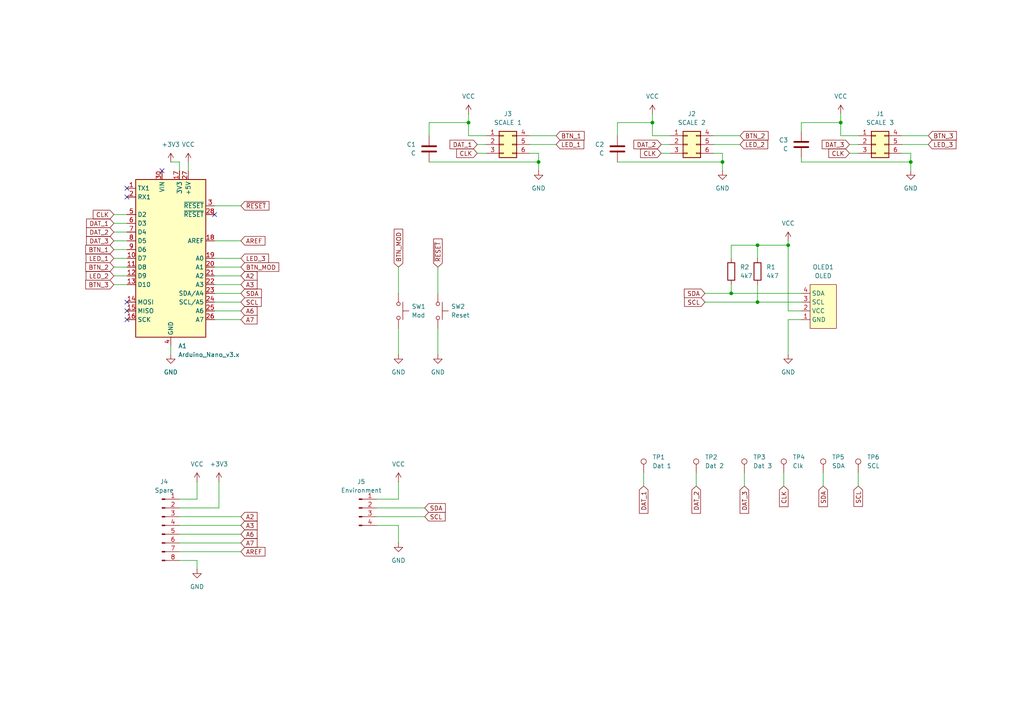
<source format=kicad_sch>
(kicad_sch (version 20250114) (generator "eeschema") (generator_version "9.0")
  (paper "A4")
  (title_block (company "chof.org"))
  (lib_symbols
    (symbol "Cho747 Displays:HS91L02W2C01 - 0.91 OLED"
      (property "Reference" "OLED" (at 0 8.89 0))
      (property "Value" "HS91L02W2C01 - 0.91 OLED" (at 0 -8.89 0))
      (symbol "HS91L02W2C01 - 0.91 OLED_0_1"
        (rectangle (start -5.08 6.35) (end 2.54 -6.35) (fill (type background)))
        (pin unspecified line (at 5.08 3.81 180) (length 2.54) (name "SDA") (number "4"))
        (pin unspecified line (at 5.08 1.27 180) (length 2.54) (name "SCL") (number "3"))
        (pin unspecified line (at 5.08 -1.27 180) (length 2.54) (name "VCC") (number "2"))
        (pin unspecified line (at 5.08 -3.81 180) (length 2.54) (name "GND") (number "1"))
      )
    )
    (symbol "Connector:Conn_01x04_Pin" (pin_names (offset 1.016) (hide yes))
      (property "Reference" "J" (at 0 5.08 0))
      (property "Value" "Conn_01x04_Pin" (at 0 -7.62 0))
      (symbol "Conn_01x04_Pin_1_1"
        (rectangle (start 0.8636 2.667) (end 0 2.413) (stroke (width 0.1524)) (fill (type outline)))
        (rectangle (start 0.8636 0.127) (end 0 -0.127) (stroke (width 0.1524)) (fill (type outline)))
        (rectangle (start 0.8636 -2.413) (end 0 -2.667) (stroke (width 0.1524)) (fill (type outline)))
        (rectangle (start 0.8636 -4.953) (end 0 -5.207) (stroke (width 0.1524)) (fill (type outline)))
        (polyline (pts (xy 1.27 2.54) (xy 0.8636 2.54)) (stroke (width 0.1524)))
        (polyline (pts (xy 1.27 0) (xy 0.8636 0)) (stroke (width 0.1524)))
        (polyline (pts (xy 1.27 -2.54) (xy 0.8636 -2.54)) (stroke (width 0.1524)))
        (polyline (pts (xy 1.27 -5.08) (xy 0.8636 -5.08)) (stroke (width 0.1524)))
        (pin passive line (at 5.08 2.54 180) (length 3.81) (name "Pin_1") (number "1"))
        (pin passive line (at 5.08 0 180) (length 3.81) (name "Pin_2") (number "2"))
        (pin passive line (at 5.08 -2.54 180) (length 3.81) (name "Pin_3") (number "3"))
        (pin passive line (at 5.08 -5.08 180) (length 3.81) (name "Pin_4") (number "4"))
      )
    )
    (symbol "Connector:Conn_01x08_Pin" (pin_names (offset 1.016) (hide yes))
      (property "Reference" "J" (at 0 10.16 0))
      (property "Value" "Conn_01x08_Pin" (at 0 -12.7 0))
      (symbol "Conn_01x08_Pin_1_1"
        (rectangle (start 0.8636 7.747) (end 0 7.493) (stroke (width 0.1524)) (fill (type outline)))
        (rectangle (start 0.8636 5.207) (end 0 4.953) (stroke (width 0.1524)) (fill (type outline)))
        (rectangle (start 0.8636 2.667) (end 0 2.413) (stroke (width 0.1524)) (fill (type outline)))
        (rectangle (start 0.8636 0.127) (end 0 -0.127) (stroke (width 0.1524)) (fill (type outline)))
        (rectangle (start 0.8636 -2.413) (end 0 -2.667) (stroke (width 0.1524)) (fill (type outline)))
        (rectangle (start 0.8636 -4.953) (end 0 -5.207) (stroke (width 0.1524)) (fill (type outline)))
        (rectangle (start 0.8636 -7.493) (end 0 -7.747) (stroke (width 0.1524)) (fill (type outline)))
        (rectangle (start 0.8636 -10.033) (end 0 -10.287) (stroke (width 0.1524)) (fill (type outline)))
        (polyline (pts (xy 1.27 7.62) (xy 0.8636 7.62)) (stroke (width 0.1524)))
        (polyline (pts (xy 1.27 5.08) (xy 0.8636 5.08)) (stroke (width 0.1524)))
        (polyline (pts (xy 1.27 2.54) (xy 0.8636 2.54)) (stroke (width 0.1524)))
        (polyline (pts (xy 1.27 0) (xy 0.8636 0)) (stroke (width 0.1524)))
        (polyline (pts (xy 1.27 -2.54) (xy 0.8636 -2.54)) (stroke (width 0.1524)))
        (polyline (pts (xy 1.27 -5.08) (xy 0.8636 -5.08)) (stroke (width 0.1524)))
        (polyline (pts (xy 1.27 -7.62) (xy 0.8636 -7.62)) (stroke (width 0.1524)))
        (polyline (pts (xy 1.27 -10.16) (xy 0.8636 -10.16)) (stroke (width 0.1524)))
        (pin passive line (at 5.08 7.62 180) (length 3.81) (name "Pin_1") (number "1"))
        (pin passive line (at 5.08 5.08 180) (length 3.81) (name "Pin_2") (number "2"))
        (pin passive line (at 5.08 2.54 180) (length 3.81) (name "Pin_3") (number "3"))
        (pin passive line (at 5.08 0 180) (length 3.81) (name "Pin_4") (number "4"))
        (pin passive line (at 5.08 -2.54 180) (length 3.81) (name "Pin_5") (number "5"))
        (pin passive line (at 5.08 -5.08 180) (length 3.81) (name "Pin_6") (number "6"))
        (pin passive line (at 5.08 -7.62 180) (length 3.81) (name "Pin_7") (number "7"))
        (pin passive line (at 5.08 -10.16 180) (length 3.81) (name "Pin_8") (number "8"))
      )
    )
    (symbol "Connector:TestPoint" (pin_numbers (hide yes)) (pin_names (offset 0.762) (hide yes))
      (property "Reference" "TP" (at 0 6.858 0))
      (property "Value" "TestPoint" (at 0 5.08 0))
      (symbol "TestPoint_0_1"
        (circle (center 0 3.302) (radius 0.762))
      )
      (symbol "TestPoint_1_1"
        (pin passive line (at 0 0 90) (length 2.54) (name "1") (number "1"))
      )
    )
    (symbol "Connector_Generic:Conn_02x03_Top_Bottom" (pin_names (offset 1.016) (hide yes))
      (property "Reference" "J" (at 1.27 5.08 0))
      (property "Value" "Conn_02x03_Top_Bottom" (at 1.27 -5.08 0))
      (symbol "Conn_02x03_Top_Bottom_1_1"
        (rectangle (start -1.27 3.81) (end 3.81 -3.81) (stroke (width 0.254)) (fill (type background)))
        (rectangle (start -1.27 2.667) (end 0 2.413) (stroke (width 0.1524)))
        (rectangle (start -1.27 0.127) (end 0 -0.127) (stroke (width 0.1524)))
        (rectangle (start -1.27 -2.413) (end 0 -2.667) (stroke (width 0.1524)))
        (rectangle (start 3.81 2.667) (end 2.54 2.413) (stroke (width 0.1524)))
        (rectangle (start 3.81 0.127) (end 2.54 -0.127) (stroke (width 0.1524)))
        (rectangle (start 3.81 -2.413) (end 2.54 -2.667) (stroke (width 0.1524)))
        (pin passive line (at -5.08 2.54 0) (length 3.81) (name "Pin_1") (number "1"))
        (pin passive line (at -5.08 0 0) (length 3.81) (name "Pin_2") (number "2"))
        (pin passive line (at -5.08 -2.54 0) (length 3.81) (name "Pin_3") (number "3"))
        (pin passive line (at 7.62 2.54 180) (length 3.81) (name "Pin_4") (number "4"))
        (pin passive line (at 7.62 0 180) (length 3.81) (name "Pin_5") (number "5"))
        (pin passive line (at 7.62 -2.54 180) (length 3.81) (name "Pin_6") (number "6"))
      )
    )
    (symbol "Device:C" (pin_numbers (hide yes)) (pin_names (offset 0.254))
      (property "Reference" "C" (at 0.635 2.54 0))
      (property "Value" "C" (at 0.635 -2.54 0))
      (symbol "C_0_1"
        (polyline (pts (xy -2.032 0.762) (xy 2.032 0.762)) (stroke (width 0.508)))
        (polyline (pts (xy -2.032 -0.762) (xy 2.032 -0.762)) (stroke (width 0.508)))
      )
      (symbol "C_1_1"
        (pin passive line (at 0 3.81 270) (length 2.794) (name "~") (number "1"))
        (pin passive line (at 0 -3.81 90) (length 2.794) (name "~") (number "2"))
      )
    )
    (symbol "Device:R" (pin_numbers (hide yes)) (pin_names (offset 0))
      (property "Reference" "R" (at 2.032 0 90))
      (property "Value" "R" (at 0 0 90))
      (symbol "R_0_1"
        (rectangle (start -1.016 -2.54) (end 1.016 2.54) (stroke (width 0.254)))
      )
      (symbol "R_1_1"
        (pin passive line (at 0 3.81 270) (length 1.27) (name "~") (number "1"))
        (pin passive line (at 0 -3.81 90) (length 1.27) (name "~") (number "2"))
      )
    )
    (symbol "MCU_Module:Arduino_Nano_Every"
      (property "Reference" "A" (at -10.16 23.495 0))
      (property "Value" "Arduino_Nano_Every" (at 5.08 -24.13 0))
      (symbol "Arduino_Nano_Every_0_1"
        (rectangle (start -10.16 22.86) (end 10.16 -22.86) (stroke (width 0.254)) (fill (type background)))
      )
      (symbol "Arduino_Nano_Every_1_1"
        (pin bidirectional line (at -12.7 20.32 0) (length 2.54) (name "TX1") (number "1"))
        (pin bidirectional line (at -12.7 17.78 0) (length 2.54) (name "RX1") (number "2"))
        (pin bidirectional line (at -12.7 12.7 0) (length 2.54) (name "D2") (number "5"))
        (pin bidirectional line (at -12.7 10.16 0) (length 2.54) (name "D3") (number "6"))
        (pin bidirectional line (at -12.7 7.62 0) (length 2.54) (name "D4") (number "7"))
        (pin bidirectional line (at -12.7 5.08 0) (length 2.54) (name "D5") (number "8"))
        (pin bidirectional line (at -12.7 2.54 0) (length 2.54) (name "D6") (number "9"))
        (pin bidirectional line (at -12.7 0 0) (length 2.54) (name "D7") (number "10"))
        (pin bidirectional line (at -12.7 -2.54 0) (length 2.54) (name "D8") (number "11"))
        (pin bidirectional line (at -12.7 -5.08 0) (length 2.54) (name "D9") (number "12"))
        (pin bidirectional line (at -12.7 -7.62 0) (length 2.54) (name "D10") (number "13"))
        (pin bidirectional line (at -12.7 -12.7 0) (length 2.54) (name "MOSI") (number "14"))
        (pin bidirectional line (at -12.7 -15.24 0) (length 2.54) (name "MISO") (number "15"))
        (pin bidirectional line (at -12.7 -17.78 0) (length 2.54) (name "SCK") (number "16"))
        (pin power_in line (at -2.54 25.4 270) (length 2.54) (name "VIN") (number "30"))
        (pin passive line (at 0 -25.4 90) (length 2.54) (hide yes) (name "GND") (number "29"))
        (pin power_in line (at 0 -25.4 90) (length 2.54) (name "GND") (number "4"))
        (pin power_out line (at 2.54 25.4 270) (length 2.54) (name "3V3") (number "17"))
        (pin power_out line (at 5.08 25.4 270) (length 2.54) (name "+5V") (number "27"))
        (pin input line (at 12.7 15.24 180) (length 2.54) (name "~{RESET}") (number "3"))
        (pin input line (at 12.7 12.7 180) (length 2.54) (name "~{RESET}") (number "28"))
        (pin input line (at 12.7 5.08 180) (length 2.54) (name "AREF") (number "18"))
        (pin bidirectional line (at 12.7 0 180) (length 2.54) (name "A0") (number "19"))
        (pin bidirectional line (at 12.7 -2.54 180) (length 2.54) (name "A1") (number "20"))
        (pin bidirectional line (at 12.7 -5.08 180) (length 2.54) (name "A2") (number "21"))
        (pin bidirectional line (at 12.7 -7.62 180) (length 2.54) (name "A3") (number "22"))
        (pin bidirectional line (at 12.7 -10.16 180) (length 2.54) (name "SDA/A4") (number "23"))
        (pin bidirectional line (at 12.7 -12.7 180) (length 2.54) (name "SCL/A5") (number "24"))
        (pin bidirectional line (at 12.7 -15.24 180) (length 2.54) (name "A6") (number "25"))
        (pin bidirectional line (at 12.7 -17.78 180) (length 2.54) (name "A7") (number "26"))
      )
    )
    (symbol "Switch:SW_Push" (pin_numbers (hide yes)) (pin_names (offset 1.016) (hide yes))
      (property "Reference" "SW" (at 1.27 2.54 0))
      (property "Value" "SW_Push" (at 0 -1.524 0))
      (symbol "SW_Push_0_1"
        (circle (center -2.032 0) (radius 0.508))
        (polyline (pts (xy 0 1.27) (xy 0 3.048)))
        (circle (center 2.032 0) (radius 0.508))
        (polyline (pts (xy 2.54 1.27) (xy -2.54 1.27)))
        (pin passive line (at -5.08 0 0) (length 2.54) (name "1") (number "1"))
        (pin passive line (at 5.08 0 180) (length 2.54) (name "2") (number "2"))
      )
    )
    (symbol "power:+3V3" (power) (pin_numbers (hide yes)) (pin_names (offset 0) (hide yes))
      (property "Value" "+3V3" (at 0 3.556 0))
      (symbol "+3V3_0_1"
        (polyline (pts (xy -0.762 1.27) (xy 0 2.54)))
        (polyline (pts (xy 0 2.54) (xy 0.762 1.27)))
        (polyline (pts (xy 0 0) (xy 0 2.54)))
      )
      (symbol "+3V3_1_1"
        (pin power_in line (at 0 0 90) (length 0) (name "~") (number "1"))
      )
    )
    (symbol "power:+5V" (power) (pin_numbers (hide yes)) (pin_names (offset 0) (hide yes))
      (property "Value" "+5V" (at 0 3.556 0))
      (symbol "+5V_0_1"
        (polyline (pts (xy -0.762 1.27) (xy 0 2.54)))
        (polyline (pts (xy 0 2.54) (xy 0.762 1.27)))
        (polyline (pts (xy 0 0) (xy 0 2.54)))
      )
      (symbol "+5V_1_1"
        (pin power_in line (at 0 0 90) (length 0) (name "~") (number "1"))
      )
    )
    (symbol "power:GND" (power) (pin_numbers (hide yes)) (pin_names (offset 0) (hide yes))
      (property "Value" "GND" (at 0 -3.81 0))
      (symbol "GND_0_1"
        (polyline (pts (xy 0 0) (xy 0 -1.27) (xy 1.27 -1.27) (xy 0 -2.54) (xy -1.27 -1.27) (xy 0 -1.27)))
      )
      (symbol "GND_1_1"
        (pin power_in line (at 0 0 270) (length 0) (name "~") (number "1"))
      )
    )
  )
  (junction (at 264.16 46.99))
  (junction (at 212.09 85.09))
  (junction (at 228.6 71.12))
  (junction (at 189.23 35.56))
  (junction (at 243.84 35.56))
  (junction (at 219.71 71.12))
  (junction (at 209.55 46.99))
  (junction (at 219.71 87.63))
  (junction (at 156.21 46.99))
  (junction (at 135.89 35.56))
  (no_connect (at 62.23 62.23))
  (no_connect (at 36.83 57.15))
  (no_connect (at 36.83 87.63))
  (no_connect (at 36.83 90.17))
  (no_connect (at 46.99 49.53))
  (no_connect (at 36.83 92.71))
  (no_connect (at 36.83 54.61))
  (wire (pts (xy 62.23 80.01) (xy 69.85 80.01)))
  (wire (pts (xy 54.61 46.99) (xy 54.61 49.53)))
  (wire (pts (xy 109.22 147.32) (xy 123.19 147.32)))
  (wire (pts (xy 138.43 44.45) (xy 140.97 44.45)))
  (wire (pts (xy 264.16 46.99) (xy 264.16 49.53)))
  (wire (pts (xy 232.41 35.56) (xy 243.84 35.56)))
  (wire (pts (xy 135.89 35.56) (xy 135.89 39.37)))
  (wire (pts (xy 115.57 95.25) (xy 115.57 102.87)))
  (wire (pts (xy 243.84 39.37) (xy 248.92 39.37)))
  (wire (pts (xy 62.23 59.69) (xy 69.85 59.69)))
  (wire (pts (xy 62.23 74.93) (xy 69.85 74.93)))
  (wire (pts (xy 33.02 62.23) (xy 36.83 62.23)))
  (wire (pts (xy 62.23 69.85) (xy 69.85 69.85)))
  (wire (pts (xy 179.07 39.37) (xy 179.07 35.56)))
  (wire (pts (xy 49.53 100.33) (xy 49.53 102.87)))
  (wire (pts (xy 212.09 85.09) (xy 232.41 85.09)))
  (wire (pts (xy 62.23 92.71) (xy 69.85 92.71)))
  (wire (pts (xy 153.67 39.37) (xy 161.29 39.37)))
  (wire (pts (xy 52.07 152.4) (xy 69.85 152.4)))
  (wire (pts (xy 52.07 160.02) (xy 69.85 160.02)))
  (wire (pts (xy 189.23 35.56) (xy 189.23 39.37)))
  (wire (pts (xy 33.02 69.85) (xy 36.83 69.85)))
  (wire (pts (xy 135.89 33.02) (xy 135.89 35.56)))
  (wire (pts (xy 215.9 137.16) (xy 215.9 140.97)))
  (wire (pts (xy 207.01 39.37) (xy 214.63 39.37)))
  (wire (pts (xy 189.23 33.02) (xy 189.23 35.56)))
  (wire (pts (xy 115.57 152.4) (xy 109.22 152.4)))
  (wire (pts (xy 115.57 139.7) (xy 115.57 144.78)))
  (wire (pts (xy 115.57 144.78) (xy 109.22 144.78)))
  (wire (pts (xy 57.15 165.1) (xy 57.15 162.56)))
  (wire (pts (xy 109.22 149.86) (xy 123.19 149.86)))
  (wire (pts (xy 62.23 82.55) (xy 69.85 82.55)))
  (wire (pts (xy 264.16 44.45) (xy 264.16 46.99)))
  (wire (pts (xy 33.02 64.77) (xy 36.83 64.77)))
  (wire (pts (xy 179.07 35.56) (xy 189.23 35.56)))
  (wire (pts (xy 261.62 41.91) (xy 269.24 41.91)))
  (wire (pts (xy 33.02 67.31) (xy 36.83 67.31)))
  (wire (pts (xy 228.6 90.17) (xy 232.41 90.17)))
  (wire (pts (xy 124.46 35.56) (xy 135.89 35.56)))
  (wire (pts (xy 232.41 45.72) (xy 232.41 46.99)))
  (wire (pts (xy 57.15 144.78) (xy 52.07 144.78)))
  (wire (pts (xy 232.41 35.56) (xy 232.41 38.1)))
  (wire (pts (xy 228.6 71.12) (xy 228.6 90.17)))
  (wire (pts (xy 219.71 74.93) (xy 219.71 71.12)))
  (wire (pts (xy 207.01 44.45) (xy 209.55 44.45)))
  (wire (pts (xy 153.67 44.45) (xy 156.21 44.45)))
  (wire (pts (xy 243.84 35.56) (xy 243.84 39.37)))
  (wire (pts (xy 204.47 85.09) (xy 212.09 85.09)))
  (wire (pts (xy 212.09 82.55) (xy 212.09 85.09)))
  (wire (pts (xy 201.93 137.16) (xy 201.93 140.97)))
  (wire (pts (xy 124.46 46.99) (xy 156.21 46.99)))
  (wire (pts (xy 219.71 82.55) (xy 219.71 87.63)))
  (wire (pts (xy 33.02 74.93) (xy 36.83 74.93)))
  (wire (pts (xy 138.43 41.91) (xy 140.97 41.91)))
  (wire (pts (xy 57.15 162.56) (xy 52.07 162.56)))
  (wire (pts (xy 124.46 39.37) (xy 124.46 35.56)))
  (wire (pts (xy 212.09 74.93) (xy 212.09 71.12)))
  (wire (pts (xy 115.57 77.47) (xy 115.57 85.09)))
  (wire (pts (xy 179.07 46.99) (xy 209.55 46.99)))
  (wire (pts (xy 248.92 137.16) (xy 248.92 140.97)))
  (wire (pts (xy 261.62 39.37) (xy 269.24 39.37)))
  (wire (pts (xy 261.62 44.45) (xy 264.16 44.45)))
  (wire (pts (xy 33.02 77.47) (xy 36.83 77.47)))
  (wire (pts (xy 246.38 41.91) (xy 248.92 41.91)))
  (wire (pts (xy 189.23 39.37) (xy 194.31 39.37)))
  (wire (pts (xy 227.33 137.16) (xy 227.33 140.97)))
  (wire (pts (xy 238.76 137.16) (xy 238.76 140.97)))
  (wire (pts (xy 62.23 87.63) (xy 69.85 87.63)))
  (wire (pts (xy 63.5 139.7) (xy 63.5 147.32)))
  (wire (pts (xy 135.89 39.37) (xy 140.97 39.37)))
  (wire (pts (xy 52.07 46.99) (xy 52.07 49.53)))
  (wire (pts (xy 156.21 44.45) (xy 156.21 46.99)))
  (wire (pts (xy 156.21 46.99) (xy 156.21 49.53)))
  (wire (pts (xy 246.38 44.45) (xy 248.92 44.45)))
  (wire (pts (xy 115.57 157.48) (xy 115.57 152.4)))
  (wire (pts (xy 232.41 92.71) (xy 228.6 92.71)))
  (wire (pts (xy 57.15 139.7) (xy 57.15 144.78)))
  (wire (pts (xy 52.07 154.94) (xy 69.85 154.94)))
  (wire (pts (xy 212.09 71.12) (xy 219.71 71.12)))
  (wire (pts (xy 33.02 72.39) (xy 36.83 72.39)))
  (wire (pts (xy 52.07 157.48) (xy 69.85 157.48)))
  (wire (pts (xy 33.02 80.01) (xy 36.83 80.01)))
  (wire (pts (xy 127 77.47) (xy 127 85.09)))
  (wire (pts (xy 52.07 149.86) (xy 69.85 149.86)))
  (wire (pts (xy 191.77 44.45) (xy 194.31 44.45)))
  (wire (pts (xy 33.02 82.55) (xy 36.83 82.55)))
  (wire (pts (xy 62.23 85.09) (xy 69.85 85.09)))
  (wire (pts (xy 209.55 44.45) (xy 209.55 46.99)))
  (wire (pts (xy 204.47 87.63) (xy 219.71 87.63)))
  (wire (pts (xy 191.77 41.91) (xy 194.31 41.91)))
  (wire (pts (xy 62.23 90.17) (xy 69.85 90.17)))
  (wire (pts (xy 207.01 41.91) (xy 214.63 41.91)))
  (wire (pts (xy 209.55 46.99) (xy 209.55 49.53)))
  (wire (pts (xy 153.67 41.91) (xy 161.29 41.91)))
  (wire (pts (xy 49.53 46.99) (xy 52.07 46.99)))
  (wire (pts (xy 228.6 71.12) (xy 228.6 69.85)))
  (wire (pts (xy 219.71 71.12) (xy 228.6 71.12)))
  (wire (pts (xy 62.23 77.47) (xy 69.85 77.47)))
  (wire (pts (xy 228.6 92.71) (xy 228.6 102.87)))
  (wire (pts (xy 127 95.25) (xy 127 102.87)))
  (wire (pts (xy 186.69 137.16) (xy 186.69 140.97)))
  (wire (pts (xy 63.5 147.32) (xy 52.07 147.32)))
  (wire (pts (xy 232.41 46.99) (xy 264.16 46.99)))
  (wire (pts (xy 219.71 87.63) (xy 232.41 87.63)))
  (wire (pts (xy 243.84 33.02) (xy 243.84 35.56)))
  (global_label "SDA" (shape input) (at 204.47 85.09 180) (property "Intersheetrefs" "${INTERSHEET_REFS}" (effects (hide yes))))
  (global_label "~{RESET}" (shape input) (at 127 77.47 90) (property "Intersheetrefs" "${INTERSHEET_REFS}" (effects (hide yes))))
  (global_label "A6" (shape input) (at 69.85 154.94 0) (property "Intersheetrefs" "${INTERSHEET_REFS}" (effects (hide yes))))
  (global_label "AREF" (shape input) (at 69.85 69.85 0) (property "Intersheetrefs" "${INTERSHEET_REFS}" (effects (hide yes))))
  (global_label "A6" (shape input) (at 69.85 90.17 0) (property "Intersheetrefs" "${INTERSHEET_REFS}" (effects (hide yes))))
  (global_label "A3" (shape input) (at 69.85 152.4 0) (property "Intersheetrefs" "${INTERSHEET_REFS}" (effects (hide yes))))
  (global_label "DAT_3" (shape input) (at 215.9 140.97 270) (property "Intersheetrefs" "${INTERSHEET_REFS}" (effects (hide yes))))
  (global_label "DAT_1" (shape input) (at 33.02 64.77 180) (property "Intersheetrefs" "${INTERSHEET_REFS}" (effects (hide yes))))
  (global_label "~{RESET}" (shape input) (at 69.85 59.69 0) (property "Intersheetrefs" "${INTERSHEET_REFS}" (effects (hide yes))))
  (global_label "SDA" (shape input) (at 69.85 85.09 0) (property "Intersheetrefs" "${INTERSHEET_REFS}" (effects (hide yes))))
  (global_label "DAT_2" (shape input) (at 191.77 41.91 180) (property "Intersheetrefs" "${INTERSHEET_REFS}" (effects (hide yes))))
  (global_label "BTN_1" (shape input) (at 33.02 72.39 180) (property "Intersheetrefs" "${INTERSHEET_REFS}" (effects (hide yes))))
  (global_label "CLK" (shape input) (at 138.43 44.45 180) (property "Intersheetrefs" "${INTERSHEET_REFS}" (effects (hide yes))))
  (global_label "CLK" (shape input) (at 33.02 62.23 180) (property "Intersheetrefs" "${INTERSHEET_REFS}" (effects (hide yes))))
  (global_label "A2" (shape input) (at 69.85 80.01 0) (property "Intersheetrefs" "${INTERSHEET_REFS}" (effects (hide yes))))
  (global_label "BTN_MOD" (shape input) (at 115.57 77.47 90) (property "Intersheetrefs" "${INTERSHEET_REFS}" (effects (hide yes))))
  (global_label "AREF" (shape input) (at 69.85 160.02 0) (property "Intersheetrefs" "${INTERSHEET_REFS}" (effects (hide yes))))
  (global_label "BTN_MOD" (shape input) (at 69.85 77.47 0) (property "Intersheetrefs" "${INTERSHEET_REFS}" (effects (hide yes))))
  (global_label "DAT_2" (shape input) (at 33.02 67.31 180) (property "Intersheetrefs" "${INTERSHEET_REFS}" (effects (hide yes))))
  (global_label "CLK" (shape input) (at 191.77 44.45 180) (property "Intersheetrefs" "${INTERSHEET_REFS}" (effects (hide yes))))
  (global_label "SCL" (shape input) (at 204.47 87.63 180) (property "Intersheetrefs" "${INTERSHEET_REFS}" (effects (hide yes))))
  (global_label "A7" (shape input) (at 69.85 157.48 0) (property "Intersheetrefs" "${INTERSHEET_REFS}" (effects (hide yes))))
  (global_label "CLK" (shape input) (at 246.38 44.45 180) (property "Intersheetrefs" "${INTERSHEET_REFS}" (effects (hide yes))))
  (global_label "CLK" (shape input) (at 227.33 140.97 270) (property "Intersheetrefs" "${INTERSHEET_REFS}" (effects (hide yes))))
  (global_label "SCL" (shape input) (at 123.19 149.86 0) (property "Intersheetrefs" "${INTERSHEET_REFS}" (effects (hide yes))))
  (global_label "DAT_3" (shape input) (at 33.02 69.85 180) (property "Intersheetrefs" "${INTERSHEET_REFS}" (effects (hide yes))))
  (global_label "A7" (shape input) (at 69.85 92.71 0) (property "Intersheetrefs" "${INTERSHEET_REFS}" (effects (hide yes))))
  (global_label "DAT_3" (shape input) (at 246.38 41.91 180) (property "Intersheetrefs" "${INTERSHEET_REFS}" (effects (hide yes))))
  (global_label "BTN_2" (shape input) (at 33.02 77.47 180) (property "Intersheetrefs" "${INTERSHEET_REFS}" (effects (hide yes))))
  (global_label "BTN_2" (shape input) (at 214.63 39.37 0) (property "Intersheetrefs" "${INTERSHEET_REFS}" (effects (hide yes))))
  (global_label "SCL" (shape input) (at 69.85 87.63 0) (property "Intersheetrefs" "${INTERSHEET_REFS}" (effects (hide yes))))
  (global_label "BTN_3" (shape input) (at 269.24 39.37 0) (property "Intersheetrefs" "${INTERSHEET_REFS}" (effects (hide yes))))
  (global_label "A3" (shape input) (at 69.85 82.55 0) (property "Intersheetrefs" "${INTERSHEET_REFS}" (effects (hide yes))))
  (global_label "A2" (shape input) (at 69.85 149.86 0) (property "Intersheetrefs" "${INTERSHEET_REFS}" (effects (hide yes))))
  (global_label "LED_3" (shape input) (at 69.85 74.93 0) (property "Intersheetrefs" "${INTERSHEET_REFS}" (effects (hide yes))))
  (global_label "SDA" (shape input) (at 238.76 140.97 270) (property "Intersheetrefs" "${INTERSHEET_REFS}" (effects (hide yes))))
  (global_label "DAT_1" (shape input) (at 186.69 140.97 270) (property "Intersheetrefs" "${INTERSHEET_REFS}" (effects (hide yes))))
  (global_label "SDA" (shape input) (at 123.19 147.32 0) (property "Intersheetrefs" "${INTERSHEET_REFS}" (effects (hide yes))))
  (global_label "LED_1" (shape input) (at 161.29 41.91 0) (property "Intersheetrefs" "${INTERSHEET_REFS}" (effects (hide yes))))
  (global_label "BTN_3" (shape input) (at 33.02 82.55 180) (property "Intersheetrefs" "${INTERSHEET_REFS}" (effects (hide yes))))
  (global_label "LED_1" (shape input) (at 33.02 74.93 180) (property "Intersheetrefs" "${INTERSHEET_REFS}" (effects (hide yes))))
  (global_label "LED_3" (shape input) (at 269.24 41.91 0) (property "Intersheetrefs" "${INTERSHEET_REFS}" (effects (hide yes))))
  (global_label "DAT_2" (shape input) (at 201.93 140.97 270) (property "Intersheetrefs" "${INTERSHEET_REFS}" (effects (hide yes))))
  (global_label "LED_2" (shape input) (at 214.63 41.91 0) (property "Intersheetrefs" "${INTERSHEET_REFS}" (effects (hide yes))))
  (global_label "DAT_1" (shape input) (at 138.43 41.91 180) (property "Intersheetrefs" "${INTERSHEET_REFS}" (effects (hide yes))))
  (global_label "BTN_1" (shape input) (at 161.29 39.37 0) (property "Intersheetrefs" "${INTERSHEET_REFS}" (effects (hide yes))))
  (global_label "LED_2" (shape input) (at 33.02 80.01 180) (property "Intersheetrefs" "${INTERSHEET_REFS}" (effects (hide yes))))
  (global_label "SCL" (shape input) (at 248.92 140.97 270) (property "Intersheetrefs" "${INTERSHEET_REFS}" (effects (hide yes))))
  (symbol (lib_id "power:+3V3") (at 49.53 46.99 0) (unit 1)
    (property "Reference" "#PWR013" (effects (hide yes)))
    (property "Value" "+3V3" (at 49.53 41.91 0))
    (property "Description" "Power symbol creates a global label with name \"+3V3\"" (effects (hide yes)))
  )
  (symbol (lib_id "Device:R") (at 219.71 78.74 0) (unit 1)
    (property "Reference" "R1" (at 222.25 77.4699 0) (effects (justify left)))
    (property "Value" "4k7" (at 222.25 80.0099 0) (effects (justify left)))
    (property "Footprint" "Resistor_SMD:R_0603_1608Metric_Pad0.98x0.95mm_HandSolder" (effects (hide yes)))
    (property "Description" "Resistor" (effects (hide yes)))
  )
  (symbol (lib_id "Cho747 Displays:HS91L02W2C01 - 0.91 OLED") (at 237.49 88.9 0) (mirror y) (unit 1)
    (property "Reference" "OLED1" (at 238.76 77.47 0))
    (property "Value" "OLED" (at 238.76 80.01 0))
    (property "Footprint" "Chof747_Footprints:OLED-TH_L38.0-W12.0_HS91L02W2C01" (effects (hide yes)))
    (property "LCSC Part" "C5248081" (effects (hide yes)))
  )
  (symbol (lib_id "Connector:TestPoint") (at 186.69 137.16 0) (unit 1)
    (property "Reference" "TP1" (at 189.23 132.5879 0) (effects (justify left)))
    (property "Value" "Dat 1" (at 189.23 135.1279 0) (effects (justify left)))
    (property "Footprint" "TestPoint:TestPoint_Pad_D2.0mm" (effects (hide yes)))
    (property "Description" "test point" (effects (hide yes)))
  )
  (symbol (lib_id "Connector:TestPoint") (at 248.92 137.16 0) (unit 1)
    (property "Reference" "TP6" (at 251.46 132.5879 0) (effects (justify left)))
    (property "Value" "SCL" (at 251.46 135.1279 0) (effects (justify left)))
    (property "Footprint" "TestPoint:TestPoint_Pad_D2.0mm" (effects (hide yes)))
    (property "Description" "test point" (effects (hide yes)))
  )
  (symbol (lib_id "power:+5V") (at 135.89 33.02 0) (unit 1)
    (property "Reference" "#PWR05" (effects (hide yes)))
    (property "Value" "VCC" (at 135.89 27.94 0))
    (property "Description" "Power symbol creates a global label with name \"+5V\"" (effects (hide yes)))
  )
  (symbol (lib_id "power:+5V") (at 115.57 139.7 0) (unit 1)
    (property "Reference" "#PWR017" (effects (hide yes)))
    (property "Value" "VCC" (at 115.57 134.62 0))
    (property "Description" "Power symbol creates a global label with name \"+5V\"" (effects (hide yes)))
  )
  (symbol (lib_id "Device:C") (at 124.46 43.18 0) (mirror y) (unit 1)
    (property "Reference" "C1" (at 120.65 41.9099 0) (effects (justify left)))
    (property "Value" "C" (at 120.65 44.4499 0) (effects (justify left)))
    (property "Footprint" "Capacitor_SMD:C_0603_1608Metric_Pad1.08x0.95mm_HandSolder" (effects (hide yes)))
    (property "Description" "Unpolarized capacitor" (effects (hide yes)))
  )
  (symbol (lib_id "power:+5V") (at 243.84 33.02 0) (unit 1)
    (property "Reference" "#PWR03" (effects (hide yes)))
    (property "Value" "VCC" (at 243.84 27.94 0))
    (property "Description" "Power symbol creates a global label with name \"+5V\"" (effects (hide yes)))
  )
  (symbol (lib_id "Switch:SW_Push") (at 115.57 90.17 270) (unit 1)
    (property "Reference" "SW1" (at 119.38 88.8999 90) (effects (justify left)))
    (property "Value" "Mod" (at 119.38 91.4399 90) (effects (justify left)))
    (property "Footprint" "Chof747_Footprints:KEY-SMD_L3.9-W3.0-LS5.0-EH" (effects (hide yes)))
    (property "Description" "Push button switch, generic, two pins" (effects (hide yes)))
  )
  (symbol (lib_id "power:+5V") (at 54.61 46.99 0) (unit 1)
    (property "Reference" "#PWR07" (effects (hide yes)))
    (property "Value" "VCC" (at 54.61 41.91 0))
    (property "Description" "Power symbol creates a global label with name \"+5V\"" (effects (hide yes)))
  )
  (symbol (lib_id "Connector:TestPoint") (at 238.76 137.16 0) (unit 1)
    (property "Reference" "TP5" (at 241.3 132.5879 0) (effects (justify left)))
    (property "Value" "SDA" (at 241.3 135.1279 0) (effects (justify left)))
    (property "Footprint" "TestPoint:TestPoint_Pad_D2.0mm" (effects (hide yes)))
    (property "Description" "test point" (effects (hide yes)))
  )
  (symbol (lib_id "Connector:Conn_01x08_Pin") (at 46.99 152.4 0) (unit 1)
    (property "Reference" "J4" (at 47.625 139.7 0))
    (property "Value" "Spare" (at 47.625 142.24 0))
    (property "Footprint" "Connector_PinHeader_2.54mm:PinHeader_1x08_P2.54mm_Vertical" (effects (hide yes)))
    (property "Description" "Generic connector, single row, 01x08, script generated" (effects (hide yes)))
  )
  (symbol (lib_id "power:GND") (at 49.53 102.87 0) (unit 1)
    (property "Reference" "#PWR08" (effects (hide yes)))
    (property "Value" "GND" (at 49.53 107.95 0))
    (property "Description" "Power symbol creates a global label with name \"GND\" , ground" (effects (hide yes)))
  )
  (symbol (lib_id "power:GND") (at 115.57 157.48 0) (unit 1)
    (property "Reference" "#PWR018" (effects (hide yes)))
    (property "Value" "GND" (at 115.57 162.56 0))
    (property "Description" "Power symbol creates a global label with name \"GND\" , ground" (effects (hide yes)))
  )
  (symbol (lib_id "Connector:TestPoint") (at 201.93 137.16 0) (unit 1)
    (property "Reference" "TP2" (at 204.47 132.5879 0) (effects (justify left)))
    (property "Value" "Dat 2" (at 204.47 135.1279 0) (effects (justify left)))
    (property "Footprint" "TestPoint:TestPoint_Pad_D2.0mm" (effects (hide yes)))
    (property "Description" "test point" (effects (hide yes)))
  )
  (symbol (lib_id "power:+3V3") (at 63.5 139.7 0) (unit 1)
    (property "Reference" "#PWR015" (effects (hide yes)))
    (property "Value" "+3V3" (at 63.5 134.62 0))
    (property "Description" "Power symbol creates a global label with name \"+3V3\"" (effects (hide yes)))
  )
  (symbol (lib_id "power:GND") (at 209.55 49.53 0) (unit 1)
    (property "Reference" "#PWR01" (effects (hide yes)))
    (property "Value" "GND" (at 209.55 54.61 0))
    (property "Description" "Power symbol creates a global label with name \"GND\" , ground" (effects (hide yes)))
  )
  (symbol (lib_id "power:GND") (at 115.57 102.87 0) (unit 1)
    (property "Reference" "#PWR09" (effects (hide yes)))
    (property "Value" "GND" (at 115.57 107.95 0))
    (property "Description" "Power symbol creates a global label with name \"GND\" , ground" (effects (hide yes)))
  )
  (symbol (lib_id "Connector:TestPoint") (at 227.33 137.16 0) (unit 1)
    (property "Reference" "TP4" (at 229.87 132.5879 0) (effects (justify left)))
    (property "Value" "Clk" (at 229.87 135.1279 0) (effects (justify left)))
    (property "Footprint" "TestPoint:TestPoint_Pad_D2.0mm" (effects (hide yes)))
    (property "Description" "test point" (effects (hide yes)))
  )
  (symbol (lib_id "MCU_Module:Arduino_Nano_Every") (at 49.53 74.93 0) (unit 1)
    (property "Reference" "A1" (at 51.6733 100.33 0) (effects (justify left)))
    (property "Value" "Arduino_Nano_v3.x" (at 51.6733 102.87 0) (effects (justify left)))
    (property "Footprint" "Module:Arduino_Nano" (effects (hide yes)))
    (property "Datasheet" "https://content.arduino.cc/assets/NANOEveryV3.0_sch.pdf" (effects (hide yes)))
    (property "Description" "Arduino Nano Every" (effects (hide yes)))
  )
  (symbol (lib_id "Connector_Generic:Conn_02x03_Top_Bottom") (at 199.39 41.91 0) (unit 1)
    (property "Reference" "J2" (at 200.66 33.02 0))
    (property "Value" "SCALE 2" (at 200.66 35.56 0))
    (property "Footprint" "Chof747_Connectors:HDR-TH_6P-P2.54-V-F-R2-C3-S2.54-4" (effects (hide yes)))
    (property "Description" "Generic connector, double row, 02x03, top/bottom pin numbering scheme (row 1: 1...pins_per_row, row2: pins_per_row+1 ... num_pins), script generated (kicad-library-utils/schlib/autogen/connector/)" (effects (hide yes)))
  )
  (symbol (lib_id "power:GND") (at 228.6 102.87 0) (unit 1)
    (property "Reference" "#PWR012" (effects (hide yes)))
    (property "Value" "GND" (at 228.6 107.95 0))
    (property "Description" "Power symbol creates a global label with name \"GND\" , ground" (effects (hide yes)))
  )
  (symbol (lib_id "Connector:TestPoint") (at 215.9 137.16 0) (unit 1)
    (property "Reference" "TP3" (at 218.44 132.5879 0) (effects (justify left)))
    (property "Value" "Dat 3" (at 218.44 135.1279 0) (effects (justify left)))
    (property "Footprint" "TestPoint:TestPoint_Pad_D2.0mm" (effects (hide yes)))
    (property "Description" "test point" (effects (hide yes)))
  )
  (symbol (lib_id "Device:C") (at 179.07 43.18 0) (mirror y) (unit 1)
    (property "Reference" "C2" (at 175.26 41.9099 0) (effects (justify left)))
    (property "Value" "C" (at 175.26 44.4499 0) (effects (justify left)))
    (property "Footprint" "Capacitor_SMD:C_0603_1608Metric_Pad1.08x0.95mm_HandSolder" (effects (hide yes)))
    (property "Description" "Unpolarized capacitor" (effects (hide yes)))
  )
  (symbol (lib_id "Switch:SW_Push") (at 127 90.17 270) (unit 1)
    (property "Reference" "SW2" (at 130.81 88.8999 90) (effects (justify left)))
    (property "Value" "Reset" (at 130.81 91.4399 90) (effects (justify left)))
    (property "Footprint" "Chof747_Footprints:KEY-SMD_L3.9-W3.0-LS5.0-EH" (effects (hide yes)))
    (property "Description" "Push button switch, generic, two pins" (effects (hide yes)))
  )
  (symbol (lib_id "Connector_Generic:Conn_02x03_Top_Bottom") (at 254 41.91 0) (unit 1)
    (property "Reference" "J1" (at 255.27 33.02 0))
    (property "Value" "SCALE 3" (at 255.27 35.56 0))
    (property "Footprint" "Chof747_Connectors:HDR-TH_6P-P2.54-V-F-R2-C3-S2.54-4" (effects (hide yes)))
    (property "Description" "Generic connector, double row, 02x03, top/bottom pin numbering scheme (row 1: 1...pins_per_row, row2: pins_per_row+1 ... num_pins), script generated (kicad-library-utils/schlib/autogen/connector/)" (effects (hide yes)))
  )
  (symbol (lib_id "power:+5V") (at 57.15 139.7 0) (unit 1)
    (property "Reference" "#PWR014" (effects (hide yes)))
    (property "Value" "VCC" (at 57.15 134.62 0))
    (property "Description" "Power symbol creates a global label with name \"+5V\"" (effects (hide yes)))
  )
  (symbol (lib_id "power:GND") (at 264.16 49.53 0) (unit 1)
    (property "Reference" "#PWR04" (effects (hide yes)))
    (property "Value" "GND" (at 264.16 54.61 0))
    (property "Description" "Power symbol creates a global label with name \"GND\" , ground" (effects (hide yes)))
  )
  (symbol (lib_id "Device:R") (at 212.09 78.74 0) (unit 1)
    (property "Reference" "R2" (at 214.63 77.4699 0) (effects (justify left)))
    (property "Value" "4k7" (at 214.63 80.0099 0) (effects (justify left)))
    (property "Footprint" "Resistor_SMD:R_0603_1608Metric_Pad0.98x0.95mm_HandSolder" (effects (hide yes)))
    (property "Description" "Resistor" (effects (hide yes)))
  )
  (symbol (lib_id "power:+5V") (at 189.23 33.02 0) (unit 1)
    (property "Reference" "#PWR02" (effects (hide yes)))
    (property "Value" "VCC" (at 189.23 27.94 0))
    (property "Description" "Power symbol creates a global label with name \"+5V\"" (effects (hide yes)))
  )
  (symbol (lib_id "power:GND") (at 127 102.87 0) (unit 1)
    (property "Reference" "#PWR010" (effects (hide yes)))
    (property "Value" "GND" (at 127 107.95 0))
    (property "Description" "Power symbol creates a global label with name \"GND\" , ground" (effects (hide yes)))
  )
  (symbol (lib_id "Connector:Conn_01x04_Pin") (at 104.14 147.32 0) (unit 1)
    (property "Reference" "J5" (at 104.775 139.7 0))
    (property "Value" "Environment" (at 104.775 142.24 0))
    (property "Footprint" "Chof747_Connectors:JST_XH_B4B-XH-A_1x04_P2.54mm_Vertical" (effects (hide yes)))
    (property "Description" "Generic connector, single row, 01x04, script generated" (effects (hide yes)))
  )
  (symbol (lib_id "power:GND") (at 156.21 49.53 0) (unit 1)
    (property "Reference" "#PWR06" (effects (hide yes)))
    (property "Value" "GND" (at 156.21 54.61 0))
    (property "Description" "Power symbol creates a global label with name \"GND\" , ground" (effects (hide yes)))
  )
  (symbol (lib_id "Connector_Generic:Conn_02x03_Top_Bottom") (at 146.05 41.91 0) (unit 1)
    (property "Reference" "J3" (at 147.32 33.02 0))
    (property "Value" "SCALE 1" (at 147.32 35.56 0))
    (property "Footprint" "Chof747_Connectors:HDR-TH_6P-P2.54-V-F-R2-C3-S2.54-4" (effects (hide yes)))
    (property "Description" "Generic connector, double row, 02x03, top/bottom pin numbering scheme (row 1: 1...pins_per_row, row2: pins_per_row+1 ... num_pins), script generated (kicad-library-utils/schlib/autogen/connector/)" (effects (hide yes)))
  )
  (symbol (lib_id "power:GND") (at 57.15 165.1 0) (unit 1)
    (property "Reference" "#PWR016" (effects (hide yes)))
    (property "Value" "GND" (at 57.15 170.18 0))
    (property "Description" "Power symbol creates a global label with name \"GND\" , ground" (effects (hide yes)))
  )
  (symbol (lib_id "power:+5V") (at 228.6 69.85 0) (unit 1)
    (property "Reference" "#PWR011" (effects (hide yes)))
    (property "Value" "VCC" (at 228.6 64.77 0))
    (property "Description" "Power symbol creates a global label with name \"+5V\"" (effects (hide yes)))
  )
  (symbol (lib_id "Device:C") (at 232.41 41.91 0) (mirror y) (unit 1)
    (property "Reference" "C3" (at 228.6 40.6399 0) (effects (justify left)))
    (property "Value" "C" (at 228.6 43.1799 0) (effects (justify left)))
    (property "Footprint" "Capacitor_SMD:C_0603_1608Metric_Pad1.08x0.95mm_HandSolder" (effects (hide yes)))
    (property "Description" "Unpolarized capacitor" (effects (hide yes)))
  )
)
</source>
